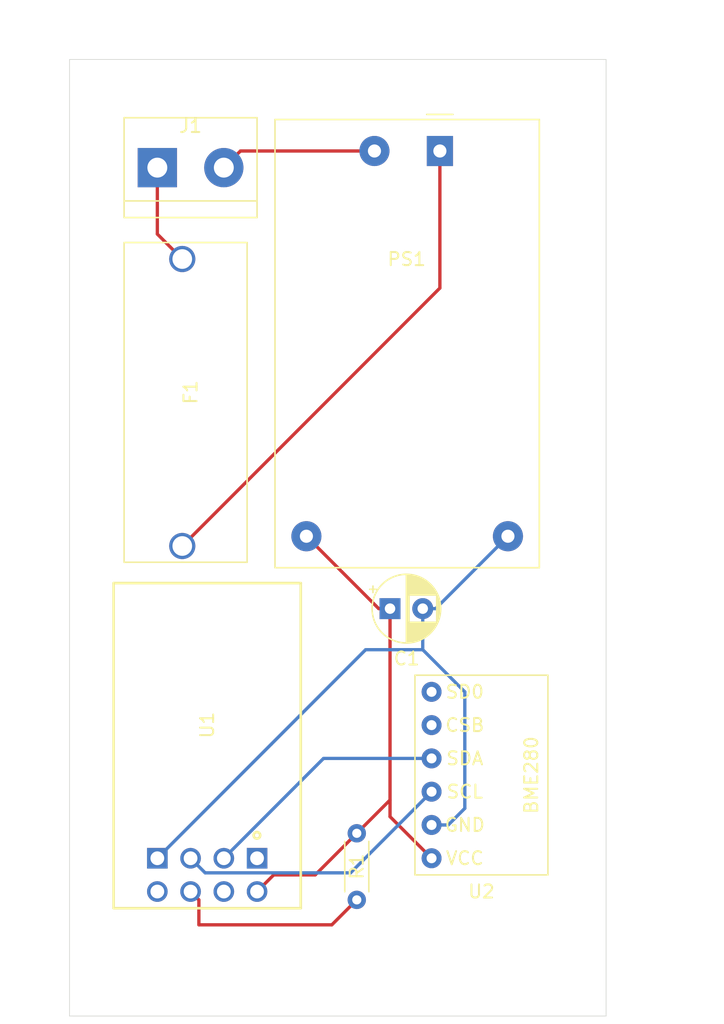
<source format=kicad_pcb>
(kicad_pcb (version 20171130) (host pcbnew "(5.1.9)-1")

  (general
    (thickness 1.6)
    (drawings 6)
    (tracks 34)
    (zones 0)
    (modules 10)
    (nets 14)
  )

  (page A4)
  (layers
    (0 F.Cu signal)
    (31 B.Cu signal)
    (32 B.Adhes user)
    (33 F.Adhes user)
    (34 B.Paste user)
    (35 F.Paste user)
    (36 B.SilkS user)
    (37 F.SilkS user)
    (38 B.Mask user)
    (39 F.Mask user)
    (40 Dwgs.User user)
    (41 Cmts.User user)
    (42 Eco1.User user)
    (43 Eco2.User user)
    (44 Edge.Cuts user)
    (45 Margin user)
    (46 B.CrtYd user)
    (47 F.CrtYd user)
    (48 B.Fab user)
    (49 F.Fab user)
  )

  (setup
    (last_trace_width 0.25)
    (trace_clearance 0.2)
    (zone_clearance 0.508)
    (zone_45_only no)
    (trace_min 0.2)
    (via_size 0.8)
    (via_drill 0.4)
    (via_min_size 0.4)
    (via_min_drill 0.3)
    (uvia_size 0.3)
    (uvia_drill 0.1)
    (uvias_allowed no)
    (uvia_min_size 0.2)
    (uvia_min_drill 0.1)
    (edge_width 0.05)
    (segment_width 0.2)
    (pcb_text_width 0.3)
    (pcb_text_size 1.5 1.5)
    (mod_edge_width 0.12)
    (mod_text_size 1 1)
    (mod_text_width 0.15)
    (pad_size 1.524 1.524)
    (pad_drill 0.762)
    (pad_to_mask_clearance 0)
    (aux_axis_origin 0 0)
    (visible_elements 7FFFFFFF)
    (pcbplotparams
      (layerselection 0x010fc_ffffffff)
      (usegerberextensions false)
      (usegerberattributes true)
      (usegerberadvancedattributes true)
      (creategerberjobfile true)
      (excludeedgelayer true)
      (linewidth 0.100000)
      (plotframeref false)
      (viasonmask false)
      (mode 1)
      (useauxorigin false)
      (hpglpennumber 1)
      (hpglpenspeed 20)
      (hpglpendiameter 15.000000)
      (psnegative false)
      (psa4output false)
      (plotreference true)
      (plotvalue true)
      (plotinvisibletext false)
      (padsonsilk false)
      (subtractmaskfromsilk false)
      (outputformat 1)
      (mirror false)
      (drillshape 0)
      (scaleselection 1)
      (outputdirectory "Gerber/"))
  )

  (net 0 "")
  (net 1 "Net-(F1-Pad2)")
  (net 2 "Net-(F1-Pad1)")
  (net 3 "Net-(J1-Pad2)")
  (net 4 "Net-(U1-Pad7)")
  (net 5 "Net-(U1-Pad5)")
  (net 6 "Net-(U1-Pad3)")
  (net 7 "Net-(U1-Pad2)")
  (net 8 "Net-(U1-Pad1)")
  (net 9 "Net-(U2-Pad6)")
  (net 10 "Net-(U2-Pad5)")
  (net 11 "Net-(C1-Pad2)")
  (net 12 "Net-(C1-Pad1)")
  (net 13 "Net-(R1-Pad1)")

  (net_class Default "This is the default net class."
    (clearance 0.2)
    (trace_width 0.25)
    (via_dia 0.8)
    (via_drill 0.4)
    (uvia_dia 0.3)
    (uvia_drill 0.1)
    (add_net "Net-(C1-Pad1)")
    (add_net "Net-(C1-Pad2)")
    (add_net "Net-(F1-Pad1)")
    (add_net "Net-(F1-Pad2)")
    (add_net "Net-(J1-Pad2)")
    (add_net "Net-(R1-Pad1)")
    (add_net "Net-(U1-Pad1)")
    (add_net "Net-(U1-Pad2)")
    (add_net "Net-(U1-Pad3)")
    (add_net "Net-(U1-Pad5)")
    (add_net "Net-(U1-Pad7)")
    (add_net "Net-(U2-Pad5)")
    (add_net "Net-(U2-Pad6)")
  )

  (module MountingHole:MountingHole_3.2mm_M3 (layer F.Cu) (tedit 56D1B4CB) (tstamp 61250B06)
    (at 127 81.28)
    (descr "Mounting Hole 3.2mm, no annular, M3")
    (tags "mounting hole 3.2mm no annular m3")
    (attr virtual)
    (fp_text reference M3 (at -3.81 0 90) (layer F.SilkS) hide
      (effects (font (size 1 1) (thickness 0.15)))
    )
    (fp_text value MountingHole_3.2mm_M3 (at 0 4.2) (layer F.Fab)
      (effects (font (size 1 1) (thickness 0.15)))
    )
    (fp_circle (center 0 0) (end 3.2 0) (layer Cmts.User) (width 0.15))
    (fp_circle (center 0 0) (end 3.45 0) (layer F.CrtYd) (width 0.05))
    (fp_text user %R (at 0.3 0) (layer F.Fab)
      (effects (font (size 1 1) (thickness 0.15)))
    )
    (pad 1 np_thru_hole circle (at 0 0) (size 3.2 3.2) (drill 3.2) (layers *.Cu *.Mask))
  )

  (module MountingHole:MountingHole_3.2mm_M3 (layer F.Cu) (tedit 56D1B4CB) (tstamp 61250ABE)
    (at 127 106.68)
    (descr "Mounting Hole 3.2mm, no annular, M3")
    (tags "mounting hole 3.2mm no annular m3")
    (attr virtual)
    (fp_text reference M2 (at -5.08 0 90) (layer F.SilkS) hide
      (effects (font (size 1 1) (thickness 0.15)))
    )
    (fp_text value MountingHole_3.2mm_M3 (at 0 4.2) (layer F.Fab)
      (effects (font (size 1 1) (thickness 0.15)))
    )
    (fp_circle (center 0 0) (end 3.2 0) (layer Cmts.User) (width 0.15))
    (fp_circle (center 0 0) (end 3.45 0) (layer F.CrtYd) (width 0.05))
    (fp_text user %R (at 0.3 0) (layer F.Fab)
      (effects (font (size 1 1) (thickness 0.15)))
    )
    (pad 1 np_thru_hole circle (at 0 0) (size 3.2 3.2) (drill 3.2) (layers *.Cu *.Mask))
  )

  (module MountingHole:MountingHole_3.2mm_M3 (layer F.Cu) (tedit 56D1B4CB) (tstamp 61250A9A)
    (at 95.25 106.68)
    (descr "Mounting Hole 3.2mm, no annular, M3")
    (tags "mounting hole 3.2mm no annular m3")
    (attr virtual)
    (fp_text reference M1 (at 5.08 0 90) (layer F.SilkS) hide
      (effects (font (size 1 1) (thickness 0.15)))
    )
    (fp_text value MountingHole_3.2mm_M3 (at 0 4.2) (layer F.Fab)
      (effects (font (size 1 1) (thickness 0.15)))
    )
    (fp_circle (center 0 0) (end 3.2 0) (layer Cmts.User) (width 0.15))
    (fp_circle (center 0 0) (end 3.45 0) (layer F.CrtYd) (width 0.05))
    (fp_text user %R (at 0.3 0) (layer F.Fab)
      (effects (font (size 1 1) (thickness 0.15)))
    )
    (pad 1 np_thru_hole circle (at 0 0) (size 3.2 3.2) (drill 3.2) (layers *.Cu *.Mask))
  )

  (module Footy:BME280_Botland (layer F.Cu) (tedit 6119015D) (tstamp 61248F3A)
    (at 127.635 100.33 180)
    (path /6119607C)
    (fp_text reference U2 (at 5.08 -1.27) (layer F.SilkS)
      (effects (font (size 1 1) (thickness 0.15)))
    )
    (fp_text value BME280_Botland (at 5.08 -3.81) (layer F.Fab)
      (effects (font (size 1 1) (thickness 0.15)))
    )
    (fp_line (start 0 15.24) (end 0 0) (layer F.SilkS) (width 0.12))
    (fp_line (start 10.16 15.24) (end 0 15.24) (layer F.SilkS) (width 0.12))
    (fp_line (start 10.16 0) (end 10.16 15.24) (layer F.SilkS) (width 0.12))
    (fp_line (start 0 0) (end 10.16 0) (layer F.SilkS) (width 0.12))
    (fp_line (start 10.16 0) (end 10.16 15.24) (layer F.CrtYd) (width 0.12))
    (fp_line (start 0.16 0) (end 0.16 15.24) (layer F.CrtYd) (width 0.12))
    (fp_line (start 0.16 15.24) (end 10.16 15.24) (layer F.CrtYd) (width 0.12))
    (fp_line (start 0.16 0) (end 10.16 0) (layer F.CrtYd) (width 0.12))
    (fp_text user SD0 (at 6.35 13.97) (layer F.SilkS)
      (effects (font (size 1 1) (thickness 0.15)))
    )
    (fp_text user CSB (at 6.35 11.43) (layer F.SilkS)
      (effects (font (size 1 1) (thickness 0.15)))
    )
    (fp_text user SDA (at 6.35 8.89) (layer F.SilkS)
      (effects (font (size 1 1) (thickness 0.15)))
    )
    (fp_text user SCL (at 6.35 6.35) (layer F.SilkS)
      (effects (font (size 1 1) (thickness 0.15)))
    )
    (fp_text user GND (at 6.35 3.81) (layer F.SilkS)
      (effects (font (size 1 1) (thickness 0.15)))
    )
    (fp_text user VCC (at 6.35 1.27) (layer F.SilkS)
      (effects (font (size 1 1) (thickness 0.15)))
    )
    (fp_text user BME280 (at 1.27 7.62 270) (layer F.SilkS)
      (effects (font (size 1 1) (thickness 0.15)))
    )
    (pad 6 thru_hole circle (at 8.89 13.97 180) (size 1.524 1.524) (drill 0.762) (layers *.Cu *.Mask)
      (net 9 "Net-(U2-Pad6)"))
    (pad 5 thru_hole circle (at 8.89 11.43 180) (size 1.524 1.524) (drill 0.762) (layers *.Cu *.Mask)
      (net 10 "Net-(U2-Pad5)"))
    (pad 4 thru_hole circle (at 8.89 8.89 180) (size 1.524 1.524) (drill 0.762) (layers *.Cu *.Mask)
      (net 7 "Net-(U1-Pad2)"))
    (pad 3 thru_hole circle (at 8.89 6.35 180) (size 1.524 1.524) (drill 0.762) (layers *.Cu *.Mask)
      (net 6 "Net-(U1-Pad3)"))
    (pad 2 thru_hole circle (at 8.89 3.81 180) (size 1.524 1.524) (drill 0.762) (layers *.Cu *.Mask)
      (net 11 "Net-(C1-Pad2)"))
    (pad 1 thru_hole circle (at 8.89 1.27 180) (size 1.524 1.524) (drill 0.762) (layers *.Cu *.Mask)
      (net 12 "Net-(C1-Pad1)"))
  )

  (module XCVR_ESP8266-01:ESP-01 (layer F.Cu) (tedit 6118E9E5) (tstamp 61248F21)
    (at 101.6 99.06 90)
    (path /6118EE61)
    (fp_text reference U1 (at 10.16 0 90) (layer F.SilkS)
      (effects (font (size 1.000465 1.000465) (thickness 0.15)))
    )
    (fp_text value ESP8266-01_ESP-01 (at 10.03261 8.37556 90) (layer F.Fab)
      (effects (font (size 1.00126 1.00126) (thickness 0.15)))
    )
    (fp_circle (center 1.75 3.8) (end 2 3.8) (layer F.SilkS) (width 0.2))
    (fp_line (start -4.05 7.4) (end -4.05 -7.4) (layer F.CrtYd) (width 0.05))
    (fp_line (start 21.25 7.4) (end -4.05 7.4) (layer F.CrtYd) (width 0.05))
    (fp_line (start 21.25 -7.4) (end 21.25 7.4) (layer F.CrtYd) (width 0.05))
    (fp_line (start -4.05 -7.4) (end 21.25 -7.4) (layer F.CrtYd) (width 0.05))
    (fp_line (start -3.81 7.15) (end -3.81 -7.15) (layer F.SilkS) (width 0.2))
    (fp_line (start 21 7.15) (end -3.81 7.15) (layer F.SilkS) (width 0.2))
    (fp_line (start 21 -7.15) (end 21 7.15) (layer F.SilkS) (width 0.2))
    (fp_line (start -3.81 -7.15) (end 21 -7.15) (layer F.SilkS) (width 0.2))
    (pad 8 thru_hole circle (at -2.54 3.81 90) (size 1.575 1.575) (drill 1.05) (layers *.Cu *.Mask)
      (net 12 "Net-(C1-Pad1)"))
    (pad 7 thru_hole circle (at -2.54 1.27 90) (size 1.575 1.575) (drill 1.05) (layers *.Cu *.Mask)
      (net 4 "Net-(U1-Pad7)"))
    (pad 6 thru_hole circle (at -2.54 -1.27 90) (size 1.575 1.575) (drill 1.05) (layers *.Cu *.Mask)
      (net 13 "Net-(R1-Pad1)"))
    (pad 5 thru_hole circle (at -2.54 -3.81 90) (size 1.575 1.575) (drill 1.05) (layers *.Cu *.Mask)
      (net 5 "Net-(U1-Pad5)"))
    (pad 4 thru_hole rect (at 0 -3.81 90) (size 1.575 1.575) (drill 1.05) (layers *.Cu *.Mask)
      (net 11 "Net-(C1-Pad2)"))
    (pad 3 thru_hole circle (at 0 -1.27 90) (size 1.575 1.575) (drill 1.05) (layers *.Cu *.Mask)
      (net 6 "Net-(U1-Pad3)"))
    (pad 2 thru_hole circle (at 0 1.27 90) (size 1.575 1.575) (drill 1.05) (layers *.Cu *.Mask)
      (net 7 "Net-(U1-Pad2)"))
    (pad 1 thru_hole rect (at 0 3.81 90) (size 1.575 1.575) (drill 1.05) (layers *.Cu *.Mask)
      (net 8 "Net-(U1-Pad1)"))
  )

  (module Resistor_THT:R_Axial_DIN0204_L3.6mm_D1.6mm_P5.08mm_Horizontal (layer F.Cu) (tedit 5AE5139B) (tstamp 61248F0C)
    (at 113.03 102.235 90)
    (descr "Resistor, Axial_DIN0204 series, Axial, Horizontal, pin pitch=5.08mm, 0.167W, length*diameter=3.6*1.6mm^2, http://cdn-reichelt.de/documents/datenblatt/B400/1_4W%23YAG.pdf")
    (tags "Resistor Axial_DIN0204 series Axial Horizontal pin pitch 5.08mm 0.167W length 3.6mm diameter 1.6mm")
    (path /6124813B)
    (fp_text reference R1 (at 2.54 0 90) (layer F.SilkS)
      (effects (font (size 1 1) (thickness 0.15)))
    )
    (fp_text value R4K7 (at 2.54 1.92 90) (layer F.Fab)
      (effects (font (size 1 1) (thickness 0.15)))
    )
    (fp_line (start 6.03 -1.05) (end -0.95 -1.05) (layer F.CrtYd) (width 0.05))
    (fp_line (start 6.03 1.05) (end 6.03 -1.05) (layer F.CrtYd) (width 0.05))
    (fp_line (start -0.95 1.05) (end 6.03 1.05) (layer F.CrtYd) (width 0.05))
    (fp_line (start -0.95 -1.05) (end -0.95 1.05) (layer F.CrtYd) (width 0.05))
    (fp_line (start 0.62 0.92) (end 4.46 0.92) (layer F.SilkS) (width 0.12))
    (fp_line (start 0.62 -0.92) (end 4.46 -0.92) (layer F.SilkS) (width 0.12))
    (fp_line (start 5.08 0) (end 4.34 0) (layer F.Fab) (width 0.1))
    (fp_line (start 0 0) (end 0.74 0) (layer F.Fab) (width 0.1))
    (fp_line (start 4.34 -0.8) (end 0.74 -0.8) (layer F.Fab) (width 0.1))
    (fp_line (start 4.34 0.8) (end 4.34 -0.8) (layer F.Fab) (width 0.1))
    (fp_line (start 0.74 0.8) (end 4.34 0.8) (layer F.Fab) (width 0.1))
    (fp_line (start 0.74 -0.8) (end 0.74 0.8) (layer F.Fab) (width 0.1))
    (fp_text user %R (at 2.54 0 90) (layer F.Fab)
      (effects (font (size 0.72 0.72) (thickness 0.108)))
    )
    (pad 2 thru_hole oval (at 5.08 0 90) (size 1.4 1.4) (drill 0.7) (layers *.Cu *.Mask)
      (net 12 "Net-(C1-Pad1)"))
    (pad 1 thru_hole circle (at 0 0 90) (size 1.4 1.4) (drill 0.7) (layers *.Cu *.Mask)
      (net 13 "Net-(R1-Pad1)"))
    (model ${KISYS3DMOD}/Resistor_THT.3dshapes/R_Axial_DIN0204_L3.6mm_D1.6mm_P5.08mm_Horizontal.wrl
      (at (xyz 0 0 0))
      (scale (xyz 1 1 1))
      (rotate (xyz 0 0 0))
    )
  )

  (module Converter_ACDC:Converter_ACDC_HiLink_HLK-PMxx (layer F.Cu) (tedit 61242389) (tstamp 61248EF9)
    (at 119.38 45.085 270)
    (descr "ACDC-Converter, 3W, HiLink, HLK-PMxx, THT, http://www.hlktech.net/product_detail.php?ProId=54")
    (tags "ACDC-Converter 3W THT HiLink board mount module")
    (path /6118FCE1)
    (fp_text reference PS1 (at 8.255 2.54) (layer F.SilkS)
      (effects (font (size 1 1) (thickness 0.15)))
    )
    (fp_text value HLK-PM01 (at 15.79 13.85 90) (layer F.Fab)
      (effects (font (size 1 1) (thickness 0.15)))
    )
    (fp_line (start -2.79 -1) (end -2.79 1.01) (layer F.SilkS) (width 0.12))
    (fp_line (start 31.8 -7.6) (end -2.4 -7.6) (layer F.SilkS) (width 0.12))
    (fp_line (start 31.8 12.6) (end 31.8 -7.6) (layer F.SilkS) (width 0.12))
    (fp_line (start -2.4 12.6) (end 31.8 12.6) (layer F.SilkS) (width 0.12))
    (fp_line (start -2.4 -7.6) (end -2.4 12.6) (layer F.SilkS) (width 0.12))
    (fp_line (start -2.55 -7.75) (end -2.55 12.75) (layer F.CrtYd) (width 0.05))
    (fp_line (start 31.95 -7.75) (end -2.55 -7.75) (layer F.CrtYd) (width 0.05))
    (fp_line (start 31.95 12.75) (end 31.95 -7.75) (layer F.CrtYd) (width 0.05))
    (fp_line (start -2.55 12.75) (end 31.95 12.75) (layer F.CrtYd) (width 0.05))
    (fp_line (start -2.3 -1) (end -2.3 -7.5) (layer F.Fab) (width 0.1))
    (fp_line (start -2.29 -1) (end -1.29 0) (layer F.Fab) (width 0.1))
    (fp_line (start -1.29 0) (end -2.29 1) (layer F.Fab) (width 0.1))
    (fp_line (start -2.3 -7.5) (end 31.7 -7.5) (layer F.Fab) (width 0.1))
    (fp_line (start -2.3 12.5) (end -2.3 0.99) (layer F.Fab) (width 0.1))
    (fp_line (start 31.7 12.5) (end 31.7 -7.5) (layer F.Fab) (width 0.1))
    (fp_line (start -2.3 12.5) (end 31.7 12.5) (layer F.Fab) (width 0.1))
    (fp_text user %R (at 14.68 1.17 90) (layer F.Fab)
      (effects (font (size 1 1) (thickness 0.15)))
    )
    (pad 4 thru_hole circle (at 29.4 10.2 270) (size 2.3 2.3) (drill 1) (layers *.Cu *.Mask)
      (net 12 "Net-(C1-Pad1)"))
    (pad 2 thru_hole circle (at 0 5 270) (size 2.3 2.3) (drill 1) (layers *.Cu *.Mask)
      (net 3 "Net-(J1-Pad2)"))
    (pad 1 thru_hole rect (at 0 0 270) (size 2.3 2) (drill 1) (layers *.Cu *.Mask)
      (net 2 "Net-(F1-Pad1)"))
    (pad 3 thru_hole circle (at 29.4 -5.2 270) (size 2.3 2.3) (drill 1) (layers *.Cu *.Mask)
      (net 11 "Net-(C1-Pad2)"))
    (model ${KISYS3DMOD}/Converter_ACDC.3dshapes/Converter_ACDC_HiLink_HLK-PMxx.wrl
      (at (xyz 0 0 0))
      (scale (xyz 1 1 1))
      (rotate (xyz 0 0 0))
    )
  )

  (module TerminalBlock:TerminalBlock_bornier-2_P5.08mm (layer F.Cu) (tedit 59FF03AB) (tstamp 61248EE0)
    (at 97.79 46.355)
    (descr "simple 2-pin terminal block, pitch 5.08mm, revamped version of bornier2")
    (tags "terminal block bornier2")
    (path /61199FE1)
    (fp_text reference J1 (at 2.54 -3.175) (layer F.SilkS)
      (effects (font (size 1 1) (thickness 0.15)))
    )
    (fp_text value Conn_01x02 (at 2.54 5.08) (layer F.Fab)
      (effects (font (size 1 1) (thickness 0.15)))
    )
    (fp_line (start 7.79 4) (end -2.71 4) (layer F.CrtYd) (width 0.05))
    (fp_line (start 7.79 4) (end 7.79 -4) (layer F.CrtYd) (width 0.05))
    (fp_line (start -2.71 -4) (end -2.71 4) (layer F.CrtYd) (width 0.05))
    (fp_line (start -2.71 -4) (end 7.79 -4) (layer F.CrtYd) (width 0.05))
    (fp_line (start -2.54 3.81) (end 7.62 3.81) (layer F.SilkS) (width 0.12))
    (fp_line (start -2.54 -3.81) (end -2.54 3.81) (layer F.SilkS) (width 0.12))
    (fp_line (start 7.62 -3.81) (end -2.54 -3.81) (layer F.SilkS) (width 0.12))
    (fp_line (start 7.62 3.81) (end 7.62 -3.81) (layer F.SilkS) (width 0.12))
    (fp_line (start 7.62 2.54) (end -2.54 2.54) (layer F.SilkS) (width 0.12))
    (fp_line (start 7.54 -3.75) (end -2.46 -3.75) (layer F.Fab) (width 0.1))
    (fp_line (start 7.54 3.75) (end 7.54 -3.75) (layer F.Fab) (width 0.1))
    (fp_line (start -2.46 3.75) (end 7.54 3.75) (layer F.Fab) (width 0.1))
    (fp_line (start -2.46 -3.75) (end -2.46 3.75) (layer F.Fab) (width 0.1))
    (fp_line (start -2.41 2.55) (end 7.49 2.55) (layer F.Fab) (width 0.1))
    (fp_text user %R (at 2.54 0) (layer F.Fab)
      (effects (font (size 1 1) (thickness 0.15)))
    )
    (pad 2 thru_hole circle (at 5.08 0) (size 3 3) (drill 1.52) (layers *.Cu *.Mask)
      (net 3 "Net-(J1-Pad2)"))
    (pad 1 thru_hole rect (at 0 0) (size 3 3) (drill 1.52) (layers *.Cu *.Mask)
      (net 1 "Net-(F1-Pad2)"))
    (model ${KISYS3DMOD}/TerminalBlock.3dshapes/TerminalBlock_bornier-2_P5.08mm.wrl
      (offset (xyz 2.539999961853027 0 0))
      (scale (xyz 1 1 1))
      (rotate (xyz 0 0 0))
    )
  )

  (module "Footy:FuseHolder PTF-78" (layer F.Cu) (tedit 611973D2) (tstamp 61248ECB)
    (at 94.615 76.835 90)
    (path /61196ACB)
    (fp_text reference F1 (at 13.335 5.715 90) (layer F.SilkS)
      (effects (font (size 1 1) (thickness 0.15)))
    )
    (fp_text value Fuse (at 13.335 -0.635 90) (layer F.Fab)
      (effects (font (size 1 1) (thickness 0.15)))
    )
    (fp_line (start 0.365 10.035) (end 24.765 10.035) (layer F.SilkS) (width 0.12))
    (fp_line (start 0.365 0.635) (end 24.765 0.635) (layer F.SilkS) (width 0.12))
    (fp_line (start 24.765 0.635) (end 24.765 10.035) (layer F.SilkS) (width 0.12))
    (fp_line (start 0.365 0.635) (end 0.365 10.035) (layer F.SilkS) (width 0.12))
    (pad 2 thru_hole circle (at 23.505 5.08 90) (size 2 2) (drill 1.5) (layers *.Cu *.Mask)
      (net 1 "Net-(F1-Pad2)"))
    (pad 1 thru_hole circle (at 1.605 5.08 90) (size 2 2) (drill 1.5) (layers *.Cu *.Mask)
      (net 2 "Net-(F1-Pad1)"))
  )

  (module Capacitor_THT:CP_Radial_D5.0mm_P2.50mm (layer F.Cu) (tedit 5AE50EF0) (tstamp 61248EC1)
    (at 115.57 80.01)
    (descr "CP, Radial series, Radial, pin pitch=2.50mm, , diameter=5mm, Electrolytic Capacitor")
    (tags "CP Radial series Radial pin pitch 2.50mm  diameter 5mm Electrolytic Capacitor")
    (path /6124D6F6)
    (fp_text reference C1 (at 1.27 3.81) (layer F.SilkS)
      (effects (font (size 1 1) (thickness 0.15)))
    )
    (fp_text value 200uF (at 1.25 3.75) (layer F.Fab)
      (effects (font (size 1 1) (thickness 0.15)))
    )
    (fp_line (start -1.304775 -1.725) (end -1.304775 -1.225) (layer F.SilkS) (width 0.12))
    (fp_line (start -1.554775 -1.475) (end -1.054775 -1.475) (layer F.SilkS) (width 0.12))
    (fp_line (start 3.851 -0.284) (end 3.851 0.284) (layer F.SilkS) (width 0.12))
    (fp_line (start 3.811 -0.518) (end 3.811 0.518) (layer F.SilkS) (width 0.12))
    (fp_line (start 3.771 -0.677) (end 3.771 0.677) (layer F.SilkS) (width 0.12))
    (fp_line (start 3.731 -0.805) (end 3.731 0.805) (layer F.SilkS) (width 0.12))
    (fp_line (start 3.691 -0.915) (end 3.691 0.915) (layer F.SilkS) (width 0.12))
    (fp_line (start 3.651 -1.011) (end 3.651 1.011) (layer F.SilkS) (width 0.12))
    (fp_line (start 3.611 -1.098) (end 3.611 1.098) (layer F.SilkS) (width 0.12))
    (fp_line (start 3.571 -1.178) (end 3.571 1.178) (layer F.SilkS) (width 0.12))
    (fp_line (start 3.531 1.04) (end 3.531 1.251) (layer F.SilkS) (width 0.12))
    (fp_line (start 3.531 -1.251) (end 3.531 -1.04) (layer F.SilkS) (width 0.12))
    (fp_line (start 3.491 1.04) (end 3.491 1.319) (layer F.SilkS) (width 0.12))
    (fp_line (start 3.491 -1.319) (end 3.491 -1.04) (layer F.SilkS) (width 0.12))
    (fp_line (start 3.451 1.04) (end 3.451 1.383) (layer F.SilkS) (width 0.12))
    (fp_line (start 3.451 -1.383) (end 3.451 -1.04) (layer F.SilkS) (width 0.12))
    (fp_line (start 3.411 1.04) (end 3.411 1.443) (layer F.SilkS) (width 0.12))
    (fp_line (start 3.411 -1.443) (end 3.411 -1.04) (layer F.SilkS) (width 0.12))
    (fp_line (start 3.371 1.04) (end 3.371 1.5) (layer F.SilkS) (width 0.12))
    (fp_line (start 3.371 -1.5) (end 3.371 -1.04) (layer F.SilkS) (width 0.12))
    (fp_line (start 3.331 1.04) (end 3.331 1.554) (layer F.SilkS) (width 0.12))
    (fp_line (start 3.331 -1.554) (end 3.331 -1.04) (layer F.SilkS) (width 0.12))
    (fp_line (start 3.291 1.04) (end 3.291 1.605) (layer F.SilkS) (width 0.12))
    (fp_line (start 3.291 -1.605) (end 3.291 -1.04) (layer F.SilkS) (width 0.12))
    (fp_line (start 3.251 1.04) (end 3.251 1.653) (layer F.SilkS) (width 0.12))
    (fp_line (start 3.251 -1.653) (end 3.251 -1.04) (layer F.SilkS) (width 0.12))
    (fp_line (start 3.211 1.04) (end 3.211 1.699) (layer F.SilkS) (width 0.12))
    (fp_line (start 3.211 -1.699) (end 3.211 -1.04) (layer F.SilkS) (width 0.12))
    (fp_line (start 3.171 1.04) (end 3.171 1.743) (layer F.SilkS) (width 0.12))
    (fp_line (start 3.171 -1.743) (end 3.171 -1.04) (layer F.SilkS) (width 0.12))
    (fp_line (start 3.131 1.04) (end 3.131 1.785) (layer F.SilkS) (width 0.12))
    (fp_line (start 3.131 -1.785) (end 3.131 -1.04) (layer F.SilkS) (width 0.12))
    (fp_line (start 3.091 1.04) (end 3.091 1.826) (layer F.SilkS) (width 0.12))
    (fp_line (start 3.091 -1.826) (end 3.091 -1.04) (layer F.SilkS) (width 0.12))
    (fp_line (start 3.051 1.04) (end 3.051 1.864) (layer F.SilkS) (width 0.12))
    (fp_line (start 3.051 -1.864) (end 3.051 -1.04) (layer F.SilkS) (width 0.12))
    (fp_line (start 3.011 1.04) (end 3.011 1.901) (layer F.SilkS) (width 0.12))
    (fp_line (start 3.011 -1.901) (end 3.011 -1.04) (layer F.SilkS) (width 0.12))
    (fp_line (start 2.971 1.04) (end 2.971 1.937) (layer F.SilkS) (width 0.12))
    (fp_line (start 2.971 -1.937) (end 2.971 -1.04) (layer F.SilkS) (width 0.12))
    (fp_line (start 2.931 1.04) (end 2.931 1.971) (layer F.SilkS) (width 0.12))
    (fp_line (start 2.931 -1.971) (end 2.931 -1.04) (layer F.SilkS) (width 0.12))
    (fp_line (start 2.891 1.04) (end 2.891 2.004) (layer F.SilkS) (width 0.12))
    (fp_line (start 2.891 -2.004) (end 2.891 -1.04) (layer F.SilkS) (width 0.12))
    (fp_line (start 2.851 1.04) (end 2.851 2.035) (layer F.SilkS) (width 0.12))
    (fp_line (start 2.851 -2.035) (end 2.851 -1.04) (layer F.SilkS) (width 0.12))
    (fp_line (start 2.811 1.04) (end 2.811 2.065) (layer F.SilkS) (width 0.12))
    (fp_line (start 2.811 -2.065) (end 2.811 -1.04) (layer F.SilkS) (width 0.12))
    (fp_line (start 2.771 1.04) (end 2.771 2.095) (layer F.SilkS) (width 0.12))
    (fp_line (start 2.771 -2.095) (end 2.771 -1.04) (layer F.SilkS) (width 0.12))
    (fp_line (start 2.731 1.04) (end 2.731 2.122) (layer F.SilkS) (width 0.12))
    (fp_line (start 2.731 -2.122) (end 2.731 -1.04) (layer F.SilkS) (width 0.12))
    (fp_line (start 2.691 1.04) (end 2.691 2.149) (layer F.SilkS) (width 0.12))
    (fp_line (start 2.691 -2.149) (end 2.691 -1.04) (layer F.SilkS) (width 0.12))
    (fp_line (start 2.651 1.04) (end 2.651 2.175) (layer F.SilkS) (width 0.12))
    (fp_line (start 2.651 -2.175) (end 2.651 -1.04) (layer F.SilkS) (width 0.12))
    (fp_line (start 2.611 1.04) (end 2.611 2.2) (layer F.SilkS) (width 0.12))
    (fp_line (start 2.611 -2.2) (end 2.611 -1.04) (layer F.SilkS) (width 0.12))
    (fp_line (start 2.571 1.04) (end 2.571 2.224) (layer F.SilkS) (width 0.12))
    (fp_line (start 2.571 -2.224) (end 2.571 -1.04) (layer F.SilkS) (width 0.12))
    (fp_line (start 2.531 1.04) (end 2.531 2.247) (layer F.SilkS) (width 0.12))
    (fp_line (start 2.531 -2.247) (end 2.531 -1.04) (layer F.SilkS) (width 0.12))
    (fp_line (start 2.491 1.04) (end 2.491 2.268) (layer F.SilkS) (width 0.12))
    (fp_line (start 2.491 -2.268) (end 2.491 -1.04) (layer F.SilkS) (width 0.12))
    (fp_line (start 2.451 1.04) (end 2.451 2.29) (layer F.SilkS) (width 0.12))
    (fp_line (start 2.451 -2.29) (end 2.451 -1.04) (layer F.SilkS) (width 0.12))
    (fp_line (start 2.411 1.04) (end 2.411 2.31) (layer F.SilkS) (width 0.12))
    (fp_line (start 2.411 -2.31) (end 2.411 -1.04) (layer F.SilkS) (width 0.12))
    (fp_line (start 2.371 1.04) (end 2.371 2.329) (layer F.SilkS) (width 0.12))
    (fp_line (start 2.371 -2.329) (end 2.371 -1.04) (layer F.SilkS) (width 0.12))
    (fp_line (start 2.331 1.04) (end 2.331 2.348) (layer F.SilkS) (width 0.12))
    (fp_line (start 2.331 -2.348) (end 2.331 -1.04) (layer F.SilkS) (width 0.12))
    (fp_line (start 2.291 1.04) (end 2.291 2.365) (layer F.SilkS) (width 0.12))
    (fp_line (start 2.291 -2.365) (end 2.291 -1.04) (layer F.SilkS) (width 0.12))
    (fp_line (start 2.251 1.04) (end 2.251 2.382) (layer F.SilkS) (width 0.12))
    (fp_line (start 2.251 -2.382) (end 2.251 -1.04) (layer F.SilkS) (width 0.12))
    (fp_line (start 2.211 1.04) (end 2.211 2.398) (layer F.SilkS) (width 0.12))
    (fp_line (start 2.211 -2.398) (end 2.211 -1.04) (layer F.SilkS) (width 0.12))
    (fp_line (start 2.171 1.04) (end 2.171 2.414) (layer F.SilkS) (width 0.12))
    (fp_line (start 2.171 -2.414) (end 2.171 -1.04) (layer F.SilkS) (width 0.12))
    (fp_line (start 2.131 1.04) (end 2.131 2.428) (layer F.SilkS) (width 0.12))
    (fp_line (start 2.131 -2.428) (end 2.131 -1.04) (layer F.SilkS) (width 0.12))
    (fp_line (start 2.091 1.04) (end 2.091 2.442) (layer F.SilkS) (width 0.12))
    (fp_line (start 2.091 -2.442) (end 2.091 -1.04) (layer F.SilkS) (width 0.12))
    (fp_line (start 2.051 1.04) (end 2.051 2.455) (layer F.SilkS) (width 0.12))
    (fp_line (start 2.051 -2.455) (end 2.051 -1.04) (layer F.SilkS) (width 0.12))
    (fp_line (start 2.011 1.04) (end 2.011 2.468) (layer F.SilkS) (width 0.12))
    (fp_line (start 2.011 -2.468) (end 2.011 -1.04) (layer F.SilkS) (width 0.12))
    (fp_line (start 1.971 1.04) (end 1.971 2.48) (layer F.SilkS) (width 0.12))
    (fp_line (start 1.971 -2.48) (end 1.971 -1.04) (layer F.SilkS) (width 0.12))
    (fp_line (start 1.93 1.04) (end 1.93 2.491) (layer F.SilkS) (width 0.12))
    (fp_line (start 1.93 -2.491) (end 1.93 -1.04) (layer F.SilkS) (width 0.12))
    (fp_line (start 1.89 1.04) (end 1.89 2.501) (layer F.SilkS) (width 0.12))
    (fp_line (start 1.89 -2.501) (end 1.89 -1.04) (layer F.SilkS) (width 0.12))
    (fp_line (start 1.85 1.04) (end 1.85 2.511) (layer F.SilkS) (width 0.12))
    (fp_line (start 1.85 -2.511) (end 1.85 -1.04) (layer F.SilkS) (width 0.12))
    (fp_line (start 1.81 1.04) (end 1.81 2.52) (layer F.SilkS) (width 0.12))
    (fp_line (start 1.81 -2.52) (end 1.81 -1.04) (layer F.SilkS) (width 0.12))
    (fp_line (start 1.77 1.04) (end 1.77 2.528) (layer F.SilkS) (width 0.12))
    (fp_line (start 1.77 -2.528) (end 1.77 -1.04) (layer F.SilkS) (width 0.12))
    (fp_line (start 1.73 1.04) (end 1.73 2.536) (layer F.SilkS) (width 0.12))
    (fp_line (start 1.73 -2.536) (end 1.73 -1.04) (layer F.SilkS) (width 0.12))
    (fp_line (start 1.69 1.04) (end 1.69 2.543) (layer F.SilkS) (width 0.12))
    (fp_line (start 1.69 -2.543) (end 1.69 -1.04) (layer F.SilkS) (width 0.12))
    (fp_line (start 1.65 1.04) (end 1.65 2.55) (layer F.SilkS) (width 0.12))
    (fp_line (start 1.65 -2.55) (end 1.65 -1.04) (layer F.SilkS) (width 0.12))
    (fp_line (start 1.61 1.04) (end 1.61 2.556) (layer F.SilkS) (width 0.12))
    (fp_line (start 1.61 -2.556) (end 1.61 -1.04) (layer F.SilkS) (width 0.12))
    (fp_line (start 1.57 1.04) (end 1.57 2.561) (layer F.SilkS) (width 0.12))
    (fp_line (start 1.57 -2.561) (end 1.57 -1.04) (layer F.SilkS) (width 0.12))
    (fp_line (start 1.53 1.04) (end 1.53 2.565) (layer F.SilkS) (width 0.12))
    (fp_line (start 1.53 -2.565) (end 1.53 -1.04) (layer F.SilkS) (width 0.12))
    (fp_line (start 1.49 1.04) (end 1.49 2.569) (layer F.SilkS) (width 0.12))
    (fp_line (start 1.49 -2.569) (end 1.49 -1.04) (layer F.SilkS) (width 0.12))
    (fp_line (start 1.45 -2.573) (end 1.45 2.573) (layer F.SilkS) (width 0.12))
    (fp_line (start 1.41 -2.576) (end 1.41 2.576) (layer F.SilkS) (width 0.12))
    (fp_line (start 1.37 -2.578) (end 1.37 2.578) (layer F.SilkS) (width 0.12))
    (fp_line (start 1.33 -2.579) (end 1.33 2.579) (layer F.SilkS) (width 0.12))
    (fp_line (start 1.29 -2.58) (end 1.29 2.58) (layer F.SilkS) (width 0.12))
    (fp_line (start 1.25 -2.58) (end 1.25 2.58) (layer F.SilkS) (width 0.12))
    (fp_line (start -0.633605 -1.3375) (end -0.633605 -0.8375) (layer F.Fab) (width 0.1))
    (fp_line (start -0.883605 -1.0875) (end -0.383605 -1.0875) (layer F.Fab) (width 0.1))
    (fp_circle (center 1.25 0) (end 4 0) (layer F.CrtYd) (width 0.05))
    (fp_circle (center 1.25 0) (end 3.87 0) (layer F.SilkS) (width 0.12))
    (fp_circle (center 1.25 0) (end 3.75 0) (layer F.Fab) (width 0.1))
    (fp_text user %R (at 1.25 0) (layer F.Fab)
      (effects (font (size 1 1) (thickness 0.15)))
    )
    (pad 2 thru_hole circle (at 2.5 0) (size 1.6 1.6) (drill 0.8) (layers *.Cu *.Mask)
      (net 11 "Net-(C1-Pad2)"))
    (pad 1 thru_hole rect (at 0 0) (size 1.6 1.6) (drill 0.8) (layers *.Cu *.Mask)
      (net 12 "Net-(C1-Pad1)"))
    (model ${KISYS3DMOD}/Capacitor_THT.3dshapes/CP_Radial_D5.0mm_P2.50mm.wrl
      (at (xyz 0 0 0))
      (scale (xyz 1 1 1))
      (rotate (xyz 0 0 0))
    )
  )

  (dimension 73 (width 0.15) (layer Dwgs.User)
    (gr_text "73,000 mm" (at 139.73 74.6 270) (layer Dwgs.User)
      (effects (font (size 1 1) (thickness 0.15)))
    )
    (feature1 (pts (xy 132.08 111.1) (xy 139.016421 111.1)))
    (feature2 (pts (xy 132.08 38.1) (xy 139.016421 38.1)))
    (crossbar (pts (xy 138.43 38.1) (xy 138.43 111.1)))
    (arrow1a (pts (xy 138.43 111.1) (xy 137.843579 109.973496)))
    (arrow1b (pts (xy 138.43 111.1) (xy 139.016421 109.973496)))
    (arrow2a (pts (xy 138.43 38.1) (xy 137.843579 39.226504)))
    (arrow2b (pts (xy 138.43 38.1) (xy 139.016421 39.226504)))
  )
  (dimension 41 (width 0.15) (layer Dwgs.User)
    (gr_text "41,000 mm" (at 111.58 34.26) (layer Dwgs.User)
      (effects (font (size 1 1) (thickness 0.15)))
    )
    (feature1 (pts (xy 132.08 38.1) (xy 132.08 34.973579)))
    (feature2 (pts (xy 91.08 38.1) (xy 91.08 34.973579)))
    (crossbar (pts (xy 91.08 35.56) (xy 132.08 35.56)))
    (arrow1a (pts (xy 132.08 35.56) (xy 130.953496 36.146421)))
    (arrow1b (pts (xy 132.08 35.56) (xy 130.953496 34.973579)))
    (arrow2a (pts (xy 91.08 35.56) (xy 92.206504 36.146421)))
    (arrow2b (pts (xy 91.08 35.56) (xy 92.206504 34.973579)))
  )
  (gr_line (start 91.08 38.1) (end 91.08 111.1) (layer Edge.Cuts) (width 0.05) (tstamp 61250A73))
  (gr_line (start 132.08 38.1) (end 132.08 111.1) (layer Edge.Cuts) (width 0.05))
  (gr_line (start 132.08 111.1) (end 91.08 111.1) (layer Edge.Cuts) (width 0.05) (tstamp 61250A4C))
  (gr_line (start 132.08 38.1) (end 91.08 38.1) (layer Edge.Cuts) (width 0.05))

  (segment (start 97.79 51.425) (end 99.695 53.33) (width 0.25) (layer F.Cu) (net 1))
  (segment (start 97.79 46.355) (end 97.79 51.425) (width 0.25) (layer F.Cu) (net 1))
  (segment (start 119.38 55.545) (end 99.695 75.23) (width 0.25) (layer F.Cu) (net 2))
  (segment (start 119.38 45.085) (end 119.38 55.545) (width 0.25) (layer F.Cu) (net 2))
  (segment (start 104.14 45.085) (end 102.87 46.355) (width 0.25) (layer F.Cu) (net 3))
  (segment (start 114.38 45.085) (end 104.14 45.085) (width 0.25) (layer F.Cu) (net 3))
  (segment (start 101.442501 100.172501) (end 100.33 99.06) (width 0.25) (layer B.Cu) (net 6))
  (segment (start 112.552499 100.172501) (end 101.442501 100.172501) (width 0.25) (layer B.Cu) (net 6))
  (segment (start 118.745 93.98) (end 112.552499 100.172501) (width 0.25) (layer B.Cu) (net 6))
  (segment (start 110.49 91.44) (end 102.87 99.06) (width 0.25) (layer B.Cu) (net 7))
  (segment (start 118.745 91.44) (end 110.49 91.44) (width 0.25) (layer B.Cu) (net 7))
  (segment (start 106.497001 90.352999) (end 97.79 99.06) (width 0.25) (layer B.Cu) (net 11))
  (segment (start 119.055 80.01) (end 118.07 80.01) (width 0.25) (layer B.Cu) (net 11))
  (segment (start 124.58 74.485) (end 119.055 80.01) (width 0.25) (layer B.Cu) (net 11))
  (segment (start 121.285 95.25) (end 120.015 96.52) (width 0.25) (layer B.Cu) (net 11))
  (segment (start 121.285 86.36) (end 121.285 95.25) (width 0.25) (layer B.Cu) (net 11))
  (segment (start 120.015 96.52) (end 118.745 96.52) (width 0.25) (layer B.Cu) (net 11))
  (segment (start 118.07 83.145) (end 121.285 86.36) (width 0.25) (layer B.Cu) (net 11))
  (segment (start 118.07 80.01) (end 118.07 83.145) (width 0.25) (layer B.Cu) (net 11))
  (segment (start 118.07 83.145) (end 113.705 83.145) (width 0.25) (layer B.Cu) (net 11))
  (segment (start 113.705 83.145) (end 106.497001 90.352999) (width 0.25) (layer B.Cu) (net 11))
  (segment (start 114.705 80.01) (end 115.57 80.01) (width 0.25) (layer F.Cu) (net 12))
  (segment (start 109.18 74.485) (end 114.705 80.01) (width 0.25) (layer F.Cu) (net 12))
  (segment (start 115.57 94.615) (end 113.03 97.155) (width 0.25) (layer F.Cu) (net 12))
  (segment (start 115.57 80.01) (end 115.57 94.615) (width 0.25) (layer F.Cu) (net 12))
  (segment (start 115.57 95.885) (end 118.745 99.06) (width 0.25) (layer F.Cu) (net 12))
  (segment (start 115.57 94.615) (end 115.57 95.885) (width 0.25) (layer F.Cu) (net 12))
  (segment (start 113.03 97.155) (end 109.855 100.33) (width 0.25) (layer F.Cu) (net 12))
  (segment (start 106.68 100.33) (end 105.41 101.6) (width 0.25) (layer F.Cu) (net 12))
  (segment (start 109.855 100.33) (end 106.68 100.33) (width 0.25) (layer F.Cu) (net 12))
  (segment (start 113.03 102.235) (end 111.125 104.14) (width 0.25) (layer F.Cu) (net 13))
  (segment (start 111.125 104.14) (end 100.965 104.14) (width 0.25) (layer F.Cu) (net 13))
  (segment (start 100.965 102.235) (end 100.33 101.6) (width 0.25) (layer F.Cu) (net 13))
  (segment (start 100.965 104.14) (end 100.965 102.235) (width 0.25) (layer F.Cu) (net 13))

)

</source>
